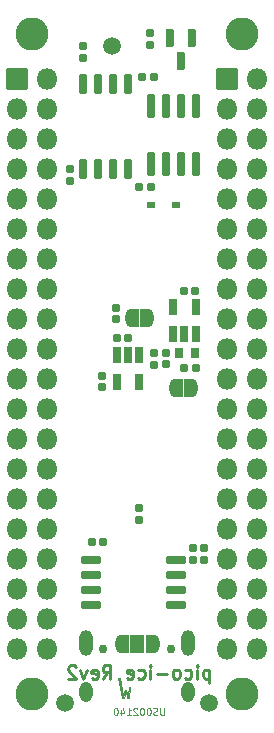
<source format=gbr>
G04 #@! TF.GenerationSoftware,KiCad,Pcbnew,(6.0.5)*
G04 #@! TF.CreationDate,2022-12-13T18:03:46-08:00*
G04 #@! TF.ProjectId,pico-ice,7069636f-2d69-4636-952e-6b696361645f,REV1*
G04 #@! TF.SameCoordinates,Original*
G04 #@! TF.FileFunction,Soldermask,Bot*
G04 #@! TF.FilePolarity,Negative*
%FSLAX46Y46*%
G04 Gerber Fmt 4.6, Leading zero omitted, Abs format (unit mm)*
G04 Created by KiCad (PCBNEW (6.0.5)) date 2022-12-13 18:03:46*
%MOMM*%
%LPD*%
G01*
G04 APERTURE LIST*
G04 Aperture macros list*
%AMRoundRect*
0 Rectangle with rounded corners*
0 $1 Rounding radius*
0 $2 $3 $4 $5 $6 $7 $8 $9 X,Y pos of 4 corners*
0 Add a 4 corners polygon primitive as box body*
4,1,4,$2,$3,$4,$5,$6,$7,$8,$9,$2,$3,0*
0 Add four circle primitives for the rounded corners*
1,1,$1+$1,$2,$3*
1,1,$1+$1,$4,$5*
1,1,$1+$1,$6,$7*
1,1,$1+$1,$8,$9*
0 Add four rect primitives between the rounded corners*
20,1,$1+$1,$2,$3,$4,$5,0*
20,1,$1+$1,$4,$5,$6,$7,0*
20,1,$1+$1,$6,$7,$8,$9,0*
20,1,$1+$1,$8,$9,$2,$3,0*%
%AMFreePoly0*
4,1,37,0.536062,0.786062,0.551000,0.750000,0.551000,-0.750000,0.536062,-0.786062,0.500000,-0.801000,0.000000,-0.801000,-0.012525,-0.795812,-0.080875,-0.794559,-0.095149,-0.792248,-0.230464,-0.749973,-0.243516,-0.743747,-0.361526,-0.665192,-0.372306,-0.655554,-0.463526,-0.547035,-0.471167,-0.534759,-0.528262,-0.405000,-0.532150,-0.391073,-0.549733,-0.256613,-0.548336,-0.256430,-0.551000,-0.250000,
-0.551000,0.250000,-0.550512,0.251179,-0.550356,0.263956,-0.528545,0.404033,-0.524317,0.417860,-0.464069,0.546185,-0.456130,0.558271,-0.362286,0.664529,-0.351274,0.673901,-0.231379,0.749549,-0.218180,0.755454,-0.081873,0.794411,-0.067546,0.796373,-0.011990,0.796033,0.000000,0.801000,0.500000,0.801000,0.536062,0.786062,0.536062,0.786062,$1*%
%AMFreePoly1*
4,1,37,0.012349,0.795885,0.074216,0.795507,0.088518,0.793370,0.224339,0.752751,0.237465,0.746685,0.356427,0.669578,0.367324,0.660073,0.459862,0.552676,0.467652,0.540494,0.526329,0.411442,0.530388,0.397563,0.550485,0.257230,0.551000,0.250000,0.551000,-0.250000,0.550996,-0.250622,0.550847,-0.262838,0.550144,-0.270677,0.526624,-0.410478,0.522228,-0.424254,0.460416,-0.551833,
0.452330,-0.563821,0.357195,-0.668925,0.346069,-0.678161,0.225259,-0.752338,0.211989,-0.758081,0.075216,-0.795370,0.060866,-0.797157,0.011464,-0.796251,0.000000,-0.801000,-0.500000,-0.801000,-0.536062,-0.786062,-0.551000,-0.750000,-0.551000,0.750000,-0.536062,0.786062,-0.500000,0.801000,0.000000,0.801000,0.012349,0.795885,0.012349,0.795885,$1*%
%AMFreePoly2*
4,1,37,0.586062,0.786062,0.601000,0.750000,0.601000,-0.750000,0.586062,-0.786062,0.550000,-0.801000,0.000000,-0.801000,-0.012525,-0.795812,-0.080875,-0.794559,-0.095149,-0.792248,-0.230464,-0.749973,-0.243516,-0.743747,-0.361526,-0.665192,-0.372306,-0.655554,-0.463526,-0.547035,-0.471167,-0.534759,-0.528262,-0.405000,-0.532150,-0.391073,-0.549733,-0.256613,-0.548336,-0.256430,-0.551000,-0.250000,
-0.551000,0.250000,-0.550512,0.251179,-0.550356,0.263956,-0.528545,0.404033,-0.524317,0.417860,-0.464069,0.546185,-0.456130,0.558271,-0.362286,0.664529,-0.351274,0.673901,-0.231379,0.749549,-0.218180,0.755454,-0.081873,0.794411,-0.067546,0.796373,-0.011990,0.796033,0.000000,0.801000,0.550000,0.801000,0.586062,0.786062,0.586062,0.786062,$1*%
%AMFreePoly3*
4,1,37,0.012349,0.795885,0.074216,0.795507,0.088518,0.793370,0.224339,0.752751,0.237465,0.746685,0.356427,0.669578,0.367324,0.660073,0.459862,0.552676,0.467652,0.540494,0.526329,0.411442,0.530388,0.397563,0.550485,0.257230,0.551000,0.250000,0.551000,-0.250000,0.550996,-0.250622,0.550847,-0.262838,0.550144,-0.270677,0.526624,-0.410478,0.522228,-0.424254,0.460416,-0.551833,
0.452330,-0.563821,0.357195,-0.668925,0.346069,-0.678161,0.225259,-0.752338,0.211989,-0.758081,0.075216,-0.795370,0.060866,-0.797157,0.011464,-0.796251,0.000000,-0.801000,-0.550000,-0.801000,-0.586062,-0.786062,-0.601000,-0.750000,-0.601000,0.750000,-0.586062,0.786062,-0.550000,0.801000,0.000000,0.801000,0.012349,0.795885,0.012349,0.795885,$1*%
G04 Aperture macros list end*
%ADD10C,0.254000*%
%ADD11C,0.080000*%
%ADD12C,0.002540*%
%ADD13C,2.802000*%
%ADD14C,0.752000*%
%ADD15O,1.102000X2.202000*%
%ADD16O,1.102000X1.702000*%
%ADD17RoundRect,0.051000X-0.850000X-0.850000X0.850000X-0.850000X0.850000X0.850000X-0.850000X0.850000X0*%
%ADD18O,1.802000X1.802000*%
%ADD19RoundRect,0.186000X-0.185000X0.135000X-0.185000X-0.135000X0.185000X-0.135000X0.185000X0.135000X0*%
%ADD20RoundRect,0.191000X-0.170000X0.140000X-0.170000X-0.140000X0.170000X-0.140000X0.170000X0.140000X0*%
%ADD21C,1.500000*%
%ADD22RoundRect,0.051000X-0.300000X-0.225000X0.300000X-0.225000X0.300000X0.225000X-0.300000X0.225000X0*%
%ADD23RoundRect,0.186000X-0.135000X-0.185000X0.135000X-0.185000X0.135000X0.185000X-0.135000X0.185000X0*%
%ADD24RoundRect,0.191000X0.170000X-0.140000X0.170000X0.140000X-0.170000X0.140000X-0.170000X-0.140000X0*%
%ADD25RoundRect,0.191000X0.140000X0.170000X-0.140000X0.170000X-0.140000X-0.170000X0.140000X-0.170000X0*%
%ADD26RoundRect,0.191000X-0.140000X-0.170000X0.140000X-0.170000X0.140000X0.170000X-0.140000X0.170000X0*%
%ADD27RoundRect,0.201000X-0.150000X0.650000X-0.150000X-0.650000X0.150000X-0.650000X0.150000X0.650000X0*%
%ADD28RoundRect,0.201000X0.650000X0.150000X-0.650000X0.150000X-0.650000X-0.150000X0.650000X-0.150000X0*%
%ADD29RoundRect,0.201000X-0.150000X0.825000X-0.150000X-0.825000X0.150000X-0.825000X0.150000X0.825000X0*%
%ADD30RoundRect,0.186000X0.185000X-0.135000X0.185000X0.135000X-0.185000X0.135000X-0.185000X-0.135000X0*%
%ADD31RoundRect,0.201000X0.150000X-0.512500X0.150000X0.512500X-0.150000X0.512500X-0.150000X-0.512500X0*%
%ADD32RoundRect,0.051000X-0.300000X-0.350000X0.300000X-0.350000X0.300000X0.350000X-0.300000X0.350000X0*%
%ADD33FreePoly0,180.000000*%
%ADD34FreePoly1,180.000000*%
%ADD35FreePoly0,0.000000*%
%ADD36FreePoly1,0.000000*%
%ADD37RoundRect,0.201000X-0.150000X0.587500X-0.150000X-0.587500X0.150000X-0.587500X0.150000X0.587500X0*%
%ADD38RoundRect,0.201000X-0.150000X0.512500X-0.150000X-0.512500X0.150000X-0.512500X0.150000X0.512500X0*%
%ADD39FreePoly2,0.000000*%
%ADD40RoundRect,0.051000X-0.500000X-0.750000X0.500000X-0.750000X0.500000X0.750000X-0.500000X0.750000X0*%
%ADD41FreePoly3,0.000000*%
G04 APERTURE END LIST*
D10*
X78512646Y-130065142D02*
X78512646Y-131208142D01*
X78512646Y-130119571D02*
X78403789Y-130065142D01*
X78186075Y-130065142D01*
X78077218Y-130119571D01*
X78022789Y-130173999D01*
X77968360Y-130282856D01*
X77968360Y-130609428D01*
X78022789Y-130718285D01*
X78077218Y-130772713D01*
X78186075Y-130827142D01*
X78403789Y-130827142D01*
X78512646Y-130772713D01*
X77478503Y-130827142D02*
X77478503Y-130065142D01*
X77478503Y-129684142D02*
X77532932Y-129738571D01*
X77478503Y-129792999D01*
X77424075Y-129738571D01*
X77478503Y-129684142D01*
X77478503Y-129792999D01*
X76444360Y-130772713D02*
X76553218Y-130827142D01*
X76770932Y-130827142D01*
X76879789Y-130772713D01*
X76934218Y-130718285D01*
X76988646Y-130609428D01*
X76988646Y-130282856D01*
X76934218Y-130173999D01*
X76879789Y-130119571D01*
X76770932Y-130065142D01*
X76553218Y-130065142D01*
X76444360Y-130119571D01*
X75791218Y-130827142D02*
X75900075Y-130772713D01*
X75954503Y-130718285D01*
X76008932Y-130609428D01*
X76008932Y-130282856D01*
X75954503Y-130173999D01*
X75900075Y-130119571D01*
X75791218Y-130065142D01*
X75627932Y-130065142D01*
X75519075Y-130119571D01*
X75464646Y-130173999D01*
X75410218Y-130282856D01*
X75410218Y-130609428D01*
X75464646Y-130718285D01*
X75519075Y-130772713D01*
X75627932Y-130827142D01*
X75791218Y-130827142D01*
X74920360Y-130391713D02*
X74049503Y-130391713D01*
X73505218Y-130827142D02*
X73505218Y-130065142D01*
X73505218Y-129684142D02*
X73559646Y-129738571D01*
X73505218Y-129792999D01*
X73450789Y-129738571D01*
X73505218Y-129684142D01*
X73505218Y-129792999D01*
X72471075Y-130772713D02*
X72579932Y-130827142D01*
X72797646Y-130827142D01*
X72906503Y-130772713D01*
X72960932Y-130718285D01*
X73015360Y-130609428D01*
X73015360Y-130282856D01*
X72960932Y-130173999D01*
X72906503Y-130119571D01*
X72797646Y-130065142D01*
X72579932Y-130065142D01*
X72471075Y-130119571D01*
X71545789Y-130772713D02*
X71654646Y-130827142D01*
X71872360Y-130827142D01*
X71981218Y-130772713D01*
X72035646Y-130663856D01*
X72035646Y-130228428D01*
X71981218Y-130119571D01*
X71872360Y-130065142D01*
X71654646Y-130065142D01*
X71545789Y-130119571D01*
X71491360Y-130228428D01*
X71491360Y-130337285D01*
X72035646Y-130446142D01*
X69477503Y-130827142D02*
X69858503Y-130282856D01*
X70130646Y-130827142D02*
X70130646Y-129684142D01*
X69695218Y-129684142D01*
X69586360Y-129738571D01*
X69531932Y-129792999D01*
X69477503Y-129901856D01*
X69477503Y-130065142D01*
X69531932Y-130173999D01*
X69586360Y-130228428D01*
X69695218Y-130282856D01*
X70130646Y-130282856D01*
X68552218Y-130772713D02*
X68661075Y-130827142D01*
X68878789Y-130827142D01*
X68987646Y-130772713D01*
X69042075Y-130663856D01*
X69042075Y-130228428D01*
X68987646Y-130119571D01*
X68878789Y-130065142D01*
X68661075Y-130065142D01*
X68552218Y-130119571D01*
X68497789Y-130228428D01*
X68497789Y-130337285D01*
X69042075Y-130446142D01*
X68116789Y-130065142D02*
X67844646Y-130827142D01*
X67572503Y-130065142D01*
X67191503Y-129792999D02*
X67137075Y-129738571D01*
X67028218Y-129684142D01*
X66756075Y-129684142D01*
X66647218Y-129738571D01*
X66592789Y-129792999D01*
X66538360Y-129901856D01*
X66538360Y-130010713D01*
X66592789Y-130173999D01*
X67245932Y-130827142D01*
X66538360Y-130827142D01*
D11*
X74687956Y-133310975D02*
X74687956Y-133788594D01*
X74659860Y-133844785D01*
X74631765Y-133872880D01*
X74575575Y-133900975D01*
X74463194Y-133900975D01*
X74407003Y-133872880D01*
X74378908Y-133844785D01*
X74350813Y-133788594D01*
X74350813Y-133310975D01*
X74097956Y-133872880D02*
X74013670Y-133900975D01*
X73873194Y-133900975D01*
X73817003Y-133872880D01*
X73788908Y-133844785D01*
X73760813Y-133788594D01*
X73760813Y-133732404D01*
X73788908Y-133676213D01*
X73817003Y-133648118D01*
X73873194Y-133620023D01*
X73985575Y-133591928D01*
X74041765Y-133563832D01*
X74069860Y-133535737D01*
X74097956Y-133479547D01*
X74097956Y-133423356D01*
X74069860Y-133367166D01*
X74041765Y-133339071D01*
X73985575Y-133310975D01*
X73845098Y-133310975D01*
X73760813Y-133339071D01*
X73395575Y-133310975D02*
X73339384Y-133310975D01*
X73283194Y-133339071D01*
X73255098Y-133367166D01*
X73227003Y-133423356D01*
X73198908Y-133535737D01*
X73198908Y-133676213D01*
X73227003Y-133788594D01*
X73255098Y-133844785D01*
X73283194Y-133872880D01*
X73339384Y-133900975D01*
X73395575Y-133900975D01*
X73451765Y-133872880D01*
X73479860Y-133844785D01*
X73507956Y-133788594D01*
X73536051Y-133676213D01*
X73536051Y-133535737D01*
X73507956Y-133423356D01*
X73479860Y-133367166D01*
X73451765Y-133339071D01*
X73395575Y-133310975D01*
X72833670Y-133310975D02*
X72777479Y-133310975D01*
X72721289Y-133339071D01*
X72693194Y-133367166D01*
X72665098Y-133423356D01*
X72637003Y-133535737D01*
X72637003Y-133676213D01*
X72665098Y-133788594D01*
X72693194Y-133844785D01*
X72721289Y-133872880D01*
X72777479Y-133900975D01*
X72833670Y-133900975D01*
X72889860Y-133872880D01*
X72917956Y-133844785D01*
X72946051Y-133788594D01*
X72974146Y-133676213D01*
X72974146Y-133535737D01*
X72946051Y-133423356D01*
X72917956Y-133367166D01*
X72889860Y-133339071D01*
X72833670Y-133310975D01*
X72412241Y-133367166D02*
X72384146Y-133339071D01*
X72327956Y-133310975D01*
X72187479Y-133310975D01*
X72131289Y-133339071D01*
X72103194Y-133367166D01*
X72075098Y-133423356D01*
X72075098Y-133479547D01*
X72103194Y-133563832D01*
X72440337Y-133900975D01*
X72075098Y-133900975D01*
X71513194Y-133900975D02*
X71850337Y-133900975D01*
X71681765Y-133900975D02*
X71681765Y-133310975D01*
X71737956Y-133395261D01*
X71794146Y-133451451D01*
X71850337Y-133479547D01*
X71007479Y-133507642D02*
X71007479Y-133900975D01*
X71147956Y-133282880D02*
X71288432Y-133704309D01*
X70923194Y-133704309D01*
X70586051Y-133310975D02*
X70529860Y-133310975D01*
X70473670Y-133339071D01*
X70445575Y-133367166D01*
X70417479Y-133423356D01*
X70389384Y-133535737D01*
X70389384Y-133676213D01*
X70417479Y-133788594D01*
X70445575Y-133844785D01*
X70473670Y-133872880D01*
X70529860Y-133900975D01*
X70586051Y-133900975D01*
X70642241Y-133872880D01*
X70670337Y-133844785D01*
X70698432Y-133788594D01*
X70726527Y-133676213D01*
X70726527Y-133535737D01*
X70698432Y-133423356D01*
X70670337Y-133367166D01*
X70642241Y-133339071D01*
X70586051Y-133310975D01*
G36*
X71221090Y-132286708D02*
G01*
X71334861Y-131754896D01*
X71474429Y-131754896D01*
X71586877Y-132285385D01*
X71681465Y-131483698D01*
X71811772Y-131483698D01*
X71664267Y-132471255D01*
X71537929Y-132471255D01*
X71404314Y-131884542D01*
X71270038Y-132471255D01*
X71143700Y-132471255D01*
X70770416Y-130749920D01*
X70900724Y-130749920D01*
X71221090Y-132286708D01*
G37*
D12*
X71221090Y-132286708D02*
X71334861Y-131754896D01*
X71474429Y-131754896D01*
X71586877Y-132285385D01*
X71681465Y-131483698D01*
X71811772Y-131483698D01*
X71664267Y-132471255D01*
X71537929Y-132471255D01*
X71404314Y-131884542D01*
X71270038Y-132471255D01*
X71143700Y-132471255D01*
X70770416Y-130749920D01*
X70900724Y-130749920D01*
X71221090Y-132286708D01*
D10*
X78512646Y-130065142D02*
X78512646Y-131208142D01*
X78512646Y-130119571D02*
X78403789Y-130065142D01*
X78186075Y-130065142D01*
X78077218Y-130119571D01*
X78022789Y-130173999D01*
X77968360Y-130282856D01*
X77968360Y-130609428D01*
X78022789Y-130718285D01*
X78077218Y-130772713D01*
X78186075Y-130827142D01*
X78403789Y-130827142D01*
X78512646Y-130772713D01*
X77478503Y-130827142D02*
X77478503Y-130065142D01*
X77478503Y-129684142D02*
X77532932Y-129738571D01*
X77478503Y-129792999D01*
X77424075Y-129738571D01*
X77478503Y-129684142D01*
X77478503Y-129792999D01*
X76444360Y-130772713D02*
X76553218Y-130827142D01*
X76770932Y-130827142D01*
X76879789Y-130772713D01*
X76934218Y-130718285D01*
X76988646Y-130609428D01*
X76988646Y-130282856D01*
X76934218Y-130173999D01*
X76879789Y-130119571D01*
X76770932Y-130065142D01*
X76553218Y-130065142D01*
X76444360Y-130119571D01*
X75791218Y-130827142D02*
X75900075Y-130772713D01*
X75954503Y-130718285D01*
X76008932Y-130609428D01*
X76008932Y-130282856D01*
X75954503Y-130173999D01*
X75900075Y-130119571D01*
X75791218Y-130065142D01*
X75627932Y-130065142D01*
X75519075Y-130119571D01*
X75464646Y-130173999D01*
X75410218Y-130282856D01*
X75410218Y-130609428D01*
X75464646Y-130718285D01*
X75519075Y-130772713D01*
X75627932Y-130827142D01*
X75791218Y-130827142D01*
X74920360Y-130391713D02*
X74049503Y-130391713D01*
X73505218Y-130827142D02*
X73505218Y-130065142D01*
X73505218Y-129684142D02*
X73559646Y-129738571D01*
X73505218Y-129792999D01*
X73450789Y-129738571D01*
X73505218Y-129684142D01*
X73505218Y-129792999D01*
X72471075Y-130772713D02*
X72579932Y-130827142D01*
X72797646Y-130827142D01*
X72906503Y-130772713D01*
X72960932Y-130718285D01*
X73015360Y-130609428D01*
X73015360Y-130282856D01*
X72960932Y-130173999D01*
X72906503Y-130119571D01*
X72797646Y-130065142D01*
X72579932Y-130065142D01*
X72471075Y-130119571D01*
X71545789Y-130772713D02*
X71654646Y-130827142D01*
X71872360Y-130827142D01*
X71981218Y-130772713D01*
X72035646Y-130663856D01*
X72035646Y-130228428D01*
X71981218Y-130119571D01*
X71872360Y-130065142D01*
X71654646Y-130065142D01*
X71545789Y-130119571D01*
X71491360Y-130228428D01*
X71491360Y-130337285D01*
X72035646Y-130446142D01*
X69477503Y-130827142D02*
X69858503Y-130282856D01*
X70130646Y-130827142D02*
X70130646Y-129684142D01*
X69695218Y-129684142D01*
X69586360Y-129738571D01*
X69531932Y-129792999D01*
X69477503Y-129901856D01*
X69477503Y-130065142D01*
X69531932Y-130173999D01*
X69586360Y-130228428D01*
X69695218Y-130282856D01*
X70130646Y-130282856D01*
X68552218Y-130772713D02*
X68661075Y-130827142D01*
X68878789Y-130827142D01*
X68987646Y-130772713D01*
X69042075Y-130663856D01*
X69042075Y-130228428D01*
X68987646Y-130119571D01*
X68878789Y-130065142D01*
X68661075Y-130065142D01*
X68552218Y-130119571D01*
X68497789Y-130228428D01*
X68497789Y-130337285D01*
X69042075Y-130446142D01*
X68116789Y-130065142D02*
X67844646Y-130827142D01*
X67572503Y-130065142D01*
X67191503Y-129792999D02*
X67137075Y-129738571D01*
X67028218Y-129684142D01*
X66756075Y-129684142D01*
X66647218Y-129738571D01*
X66592789Y-129792999D01*
X66538360Y-129901856D01*
X66538360Y-130010713D01*
X66592789Y-130173999D01*
X67245932Y-130827142D01*
X66538360Y-130827142D01*
D11*
X74687956Y-133310975D02*
X74687956Y-133788594D01*
X74659860Y-133844785D01*
X74631765Y-133872880D01*
X74575575Y-133900975D01*
X74463194Y-133900975D01*
X74407003Y-133872880D01*
X74378908Y-133844785D01*
X74350813Y-133788594D01*
X74350813Y-133310975D01*
X74097956Y-133872880D02*
X74013670Y-133900975D01*
X73873194Y-133900975D01*
X73817003Y-133872880D01*
X73788908Y-133844785D01*
X73760813Y-133788594D01*
X73760813Y-133732404D01*
X73788908Y-133676213D01*
X73817003Y-133648118D01*
X73873194Y-133620023D01*
X73985575Y-133591928D01*
X74041765Y-133563832D01*
X74069860Y-133535737D01*
X74097956Y-133479547D01*
X74097956Y-133423356D01*
X74069860Y-133367166D01*
X74041765Y-133339071D01*
X73985575Y-133310975D01*
X73845098Y-133310975D01*
X73760813Y-133339071D01*
X73395575Y-133310975D02*
X73339384Y-133310975D01*
X73283194Y-133339071D01*
X73255098Y-133367166D01*
X73227003Y-133423356D01*
X73198908Y-133535737D01*
X73198908Y-133676213D01*
X73227003Y-133788594D01*
X73255098Y-133844785D01*
X73283194Y-133872880D01*
X73339384Y-133900975D01*
X73395575Y-133900975D01*
X73451765Y-133872880D01*
X73479860Y-133844785D01*
X73507956Y-133788594D01*
X73536051Y-133676213D01*
X73536051Y-133535737D01*
X73507956Y-133423356D01*
X73479860Y-133367166D01*
X73451765Y-133339071D01*
X73395575Y-133310975D01*
X72833670Y-133310975D02*
X72777479Y-133310975D01*
X72721289Y-133339071D01*
X72693194Y-133367166D01*
X72665098Y-133423356D01*
X72637003Y-133535737D01*
X72637003Y-133676213D01*
X72665098Y-133788594D01*
X72693194Y-133844785D01*
X72721289Y-133872880D01*
X72777479Y-133900975D01*
X72833670Y-133900975D01*
X72889860Y-133872880D01*
X72917956Y-133844785D01*
X72946051Y-133788594D01*
X72974146Y-133676213D01*
X72974146Y-133535737D01*
X72946051Y-133423356D01*
X72917956Y-133367166D01*
X72889860Y-133339071D01*
X72833670Y-133310975D01*
X72412241Y-133367166D02*
X72384146Y-133339071D01*
X72327956Y-133310975D01*
X72187479Y-133310975D01*
X72131289Y-133339071D01*
X72103194Y-133367166D01*
X72075098Y-133423356D01*
X72075098Y-133479547D01*
X72103194Y-133563832D01*
X72440337Y-133900975D01*
X72075098Y-133900975D01*
X71513194Y-133900975D02*
X71850337Y-133900975D01*
X71681765Y-133900975D02*
X71681765Y-133310975D01*
X71737956Y-133395261D01*
X71794146Y-133451451D01*
X71850337Y-133479547D01*
X71007479Y-133507642D02*
X71007479Y-133900975D01*
X71147956Y-133282880D02*
X71288432Y-133704309D01*
X70923194Y-133704309D01*
X70586051Y-133310975D02*
X70529860Y-133310975D01*
X70473670Y-133339071D01*
X70445575Y-133367166D01*
X70417479Y-133423356D01*
X70389384Y-133535737D01*
X70389384Y-133676213D01*
X70417479Y-133788594D01*
X70445575Y-133844785D01*
X70473670Y-133872880D01*
X70529860Y-133900975D01*
X70586051Y-133900975D01*
X70642241Y-133872880D01*
X70670337Y-133844785D01*
X70698432Y-133788594D01*
X70726527Y-133676213D01*
X70726527Y-133535737D01*
X70698432Y-133423356D01*
X70670337Y-133367166D01*
X70642241Y-133339071D01*
X70586051Y-133310975D01*
G36*
X71221090Y-132286708D02*
G01*
X71334861Y-131754896D01*
X71474429Y-131754896D01*
X71586877Y-132285385D01*
X71681465Y-131483698D01*
X71811772Y-131483698D01*
X71664267Y-132471255D01*
X71537929Y-132471255D01*
X71404314Y-131884542D01*
X71270038Y-132471255D01*
X71143700Y-132471255D01*
X70770416Y-130749920D01*
X70900724Y-130749920D01*
X71221090Y-132286708D01*
G37*
D12*
X71221090Y-132286708D02*
X71334861Y-131754896D01*
X71474429Y-131754896D01*
X71586877Y-132285385D01*
X71681465Y-131483698D01*
X71811772Y-131483698D01*
X71664267Y-132471255D01*
X71537929Y-132471255D01*
X71404314Y-131884542D01*
X71270038Y-132471255D01*
X71143700Y-132471255D01*
X70770416Y-130749920D01*
X70900724Y-130749920D01*
X71221090Y-132286708D01*
D13*
X63500000Y-132080000D03*
D14*
X75280000Y-128337000D03*
X69500000Y-128337000D03*
D15*
X76710000Y-127807000D03*
D16*
X68070000Y-131987000D03*
X76710000Y-131987000D03*
D15*
X68070000Y-127807000D03*
D17*
X80010000Y-80010000D03*
D18*
X82550000Y-80010000D03*
X80010000Y-82550000D03*
X82550000Y-82550000D03*
X80010000Y-85090000D03*
X82550000Y-85090000D03*
X80010000Y-87630000D03*
X82550000Y-87630000D03*
X80010000Y-90170000D03*
X82550000Y-90170000D03*
X80010000Y-92710000D03*
X82550000Y-92710000D03*
X80010000Y-95250000D03*
X82550000Y-95250000D03*
X80010000Y-97790000D03*
X82550000Y-97790000D03*
X80010000Y-100330000D03*
X82550000Y-100330000D03*
X80010000Y-102870000D03*
X82550000Y-102870000D03*
X80010000Y-105410000D03*
X82550000Y-105410000D03*
X80010000Y-107950000D03*
X82550000Y-107950000D03*
X80010000Y-110490000D03*
X82550000Y-110490000D03*
X80010000Y-113030000D03*
X82550000Y-113030000D03*
X80010000Y-115570000D03*
X82550000Y-115570000D03*
X80010000Y-118110000D03*
X82550000Y-118110000D03*
X80010000Y-120650000D03*
X82550000Y-120650000D03*
X80010000Y-123190000D03*
X82550000Y-123190000D03*
X80010000Y-125730000D03*
X82550000Y-125730000D03*
X80010000Y-128270000D03*
X82550000Y-128270000D03*
D13*
X81280000Y-76200000D03*
D17*
X62230000Y-80010000D03*
D18*
X64770000Y-80010000D03*
X62230000Y-82550000D03*
X64770000Y-82550000D03*
X62230000Y-85090000D03*
X64770000Y-85090000D03*
X62230000Y-87630000D03*
X64770000Y-87630000D03*
X62230000Y-90170000D03*
X64770000Y-90170000D03*
X62230000Y-92710000D03*
X64770000Y-92710000D03*
X62230000Y-95250000D03*
X64770000Y-95250000D03*
X62230000Y-97790000D03*
X64770000Y-97790000D03*
X62230000Y-100330000D03*
X64770000Y-100330000D03*
X62230000Y-102870000D03*
X64770000Y-102870000D03*
X62230000Y-105410000D03*
X64770000Y-105410000D03*
X62230000Y-107950000D03*
X64770000Y-107950000D03*
X62230000Y-110490000D03*
X64770000Y-110490000D03*
X62230000Y-113030000D03*
X64770000Y-113030000D03*
X62230000Y-115570000D03*
X64770000Y-115570000D03*
X62230000Y-118110000D03*
X64770000Y-118110000D03*
X62230000Y-120650000D03*
X64770000Y-120650000D03*
X62230000Y-123190000D03*
X64770000Y-123190000D03*
X62230000Y-125730000D03*
X64770000Y-125730000D03*
X62230000Y-128270000D03*
X64770000Y-128270000D03*
D13*
X81280000Y-132080000D03*
X63500000Y-76200000D03*
D19*
X78054200Y-119731600D03*
X78054200Y-120751600D03*
D20*
X66710718Y-87691471D03*
X66710718Y-88651471D03*
D21*
X70215918Y-77249471D03*
D22*
X73549800Y-90678000D03*
X75649800Y-90678000D03*
D23*
X72779312Y-79840277D03*
X73799312Y-79840277D03*
D24*
X72567800Y-117370800D03*
X72567800Y-116410800D03*
D25*
X77340400Y-104495600D03*
X76380400Y-104495600D03*
D20*
X74828400Y-103253600D03*
X74828400Y-104213600D03*
D26*
X70640000Y-101955600D03*
X71600000Y-101955600D03*
D27*
X67818000Y-80474000D03*
X69088000Y-80474000D03*
X70358000Y-80474000D03*
X71628000Y-80474000D03*
X71628000Y-87674000D03*
X70358000Y-87674000D03*
X69088000Y-87674000D03*
X67818000Y-87674000D03*
D28*
X75659800Y-120751600D03*
X75659800Y-122021600D03*
X75659800Y-123291600D03*
X75659800Y-124561600D03*
X68459800Y-124561600D03*
X68459800Y-123291600D03*
X68459800Y-122021600D03*
X68459800Y-120751600D03*
D25*
X73530400Y-89204800D03*
X72570400Y-89204800D03*
D20*
X70586600Y-99418200D03*
X70586600Y-100378200D03*
D25*
X77315000Y-97993200D03*
X76355000Y-97993200D03*
D29*
X73533000Y-82320000D03*
X74803000Y-82320000D03*
X76073000Y-82320000D03*
X77343000Y-82320000D03*
X77343000Y-87270000D03*
X76073000Y-87270000D03*
X74803000Y-87270000D03*
X73533000Y-87270000D03*
D30*
X67818000Y-78310200D03*
X67818000Y-77290200D03*
D21*
X66294000Y-132842000D03*
D31*
X77327800Y-101619900D03*
X76377800Y-101619900D03*
X75427800Y-101619900D03*
X75427800Y-99344900D03*
X77327800Y-99344900D03*
D21*
X78486000Y-132842000D03*
D30*
X73837800Y-104243600D03*
X73837800Y-103223600D03*
X77139800Y-120753600D03*
X77139800Y-119733600D03*
D26*
X68531800Y-119278400D03*
X69491800Y-119278400D03*
D32*
X77306400Y-103251000D03*
X75906400Y-103251000D03*
D33*
X76977000Y-106197400D03*
D34*
X75677000Y-106197400D03*
D35*
X71917800Y-100287271D03*
D36*
X73217800Y-100287271D03*
D37*
X75148400Y-76608700D03*
X77048400Y-76608700D03*
X76098400Y-78483700D03*
D38*
X70652600Y-103408900D03*
X71602600Y-103408900D03*
X72552600Y-103408900D03*
X72552600Y-105683900D03*
X70652600Y-105683900D03*
D24*
X69392800Y-106144000D03*
X69392800Y-105184000D03*
D39*
X71090000Y-127889000D03*
D40*
X72390000Y-127889000D03*
D41*
X73690000Y-127889000D03*
D19*
X73507600Y-76147200D03*
X73507600Y-77167200D03*
M02*

</source>
